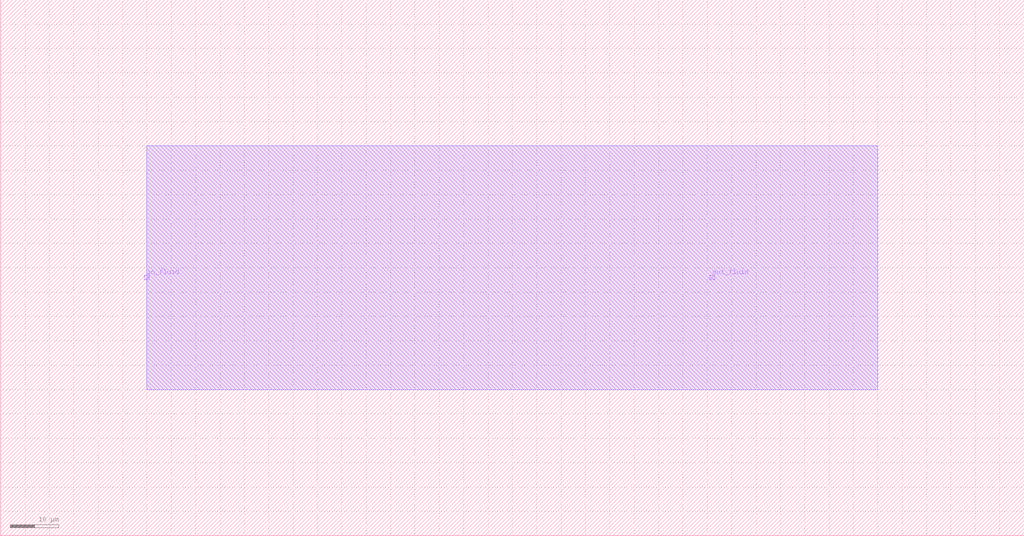
<source format=lef>

MACRO inline_res_80nl
  CLASS CORE ;
  ORIGIN  0 0 ;
  FOREIGN inline_res_80nl 0 0 ;
  SIZE 210 BY 110 ;
  SYMMETRY X Y ;
  SITE CoreSite ;
  PIN in_fluid
    DIRECTION INPUT ;
    USE SIGNAL ;
    PORT
      LAYER met1 ;
        RECT 29.5 52.5 30.5 53.5 ;
    END
  END in_fluid
  PIN out_fluid
    DIRECTION INPUT ;
    USE SIGNAL ;
    PORT
      LAYER met1 ;
        RECT 145.5 52.5 146.5 53.5 ;
    END
  END out_fluid
  OBS
    LAYER met1 ;
      RECT 30 30 180 80 ;
    LAYER met2 ;
      RECT 30 30 180 80 ;
  END
  PROPERTY CatenaDesignType "deviceLevel" ;
END inline_res_80nl

</source>
